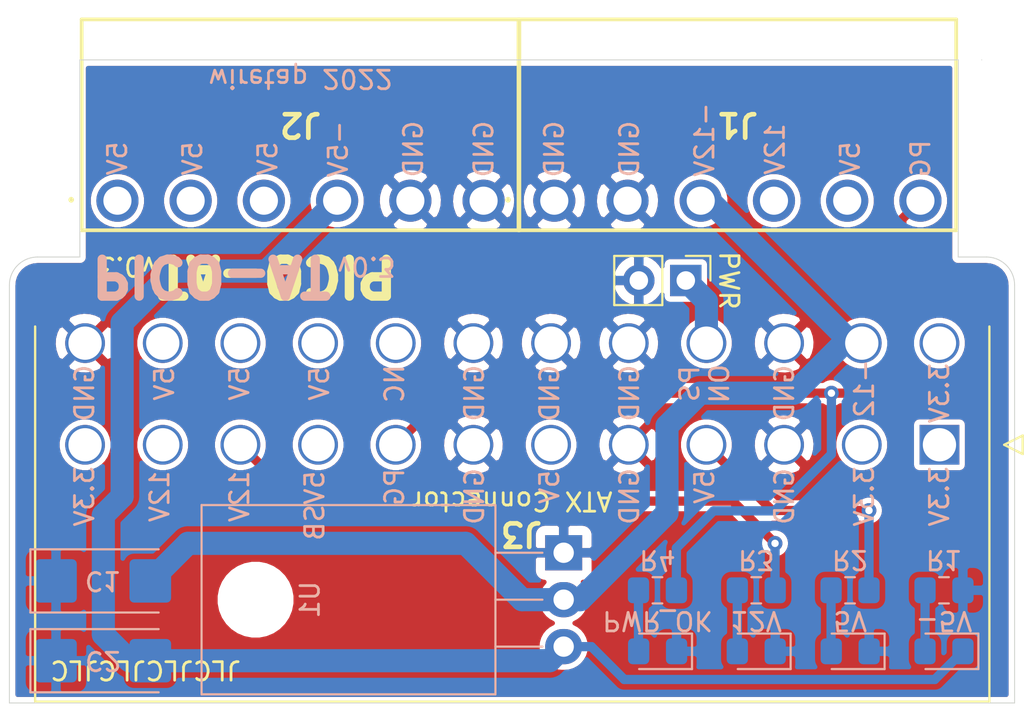
<source format=kicad_pcb>
(kicad_pcb (version 20171130) (host pcbnew "(5.1.6)-1")
  (layers (0 F.Cu signal) (1 In1.Cu signal) (2 In2.Cu signal) (31 B.Cu signal) (34 B.Paste user) (35 F.Paste user) (36 B.SilkS user) (37 F.SilkS user) (38 B.Mask user) (39 F.Mask user) (44 Edge.Cuts user))
  (net 0 "")
  (net 1 /-12V)
  (net 2 /GND)
  (net 3 /-5V)
  (net 4 "Net-(D1-Pad2)")
  (net 5 "Net-(D2-Pad2)")
  (net 6 "Net-(D3-Pad2)")
  (net 7 "Net-(D4-Pad2)")
  (net 8 /12V)
  (net 9 /5V)
  (net 10 /PG)
  (net 11 /3.3V)
  (net 12 /5VSB)
  (net 13 /PS-ON)
  (net 14 "Net-(J3-Pad20)")
  (module Capacitor_Tantalum_SMD:CP_EIA-6032-28_Kemet-C_Pad2.25x2.35mm_HandSolder (layer B.Cu) (at 126.736 115.062)
    (fp_text reference C1 (at -0.01 0 180 unlocked) (layer B.SilkS) (effects (justify mirror)))
    (fp_text value 2.2uF)
    (fp_line (start -3.935 -1.71) (end 3 -1.71) (layer B.SilkS) (width 0.12))
    (fp_line (start -3.935 1.71) (end -3.935 -1.71) (layer B.SilkS) (width 0.12))
    (fp_line (start 3 1.71) (end -3.935 1.71) (layer B.SilkS) (width 0.12))
    (pad 2 smd roundrect (at 2.55 0) (size 2.25 2.35) (layers B.Cu B.Paste B.Mask) (roundrect_rratio 0.111111) (net 1 /-12V))
    (pad 1 smd roundrect (at -2.55 0) (size 2.25 2.35) (layers B.Cu B.Paste B.Mask) (roundrect_rratio 0.111111) (net 2 /GND))
  )
  (module Capacitor_Tantalum_SMD:CP_EIA-6032-28_Kemet-C_Pad2.25x2.35mm_HandSolder (layer B.Cu) (at 126.736 119.38)
    (fp_text reference C2 (at 0 0 180 unlocked) (layer B.SilkS) (effects (justify mirror)))
    (fp_text value 1uF)
    (fp_line (start 3 1.71) (end -3.935 1.71) (layer B.SilkS) (width 0.12))
    (fp_line (start -3.935 1.71) (end -3.935 -1.71) (layer B.SilkS) (width 0.12))
    (fp_line (start -3.935 -1.71) (end 3 -1.71) (layer B.SilkS) (width 0.12))
    (pad 1 smd roundrect (at -2.55 0) (size 2.25 2.35) (layers B.Cu B.Paste B.Mask) (roundrect_rratio 0.111111) (net 2 /GND))
    (pad 2 smd roundrect (at 2.55 0) (size 2.25 2.35) (layers B.Cu B.Paste B.Mask) (roundrect_rratio 0.111111) (net 3 /-5V))
  )
  (module LED_SMD:LED_0805_2012Metric_Pad1.15x1.40mm_HandSolder (layer B.Cu) (at 172.203 118.872 180)
    (fp_text reference -5V (at 0 1.65 180 unlocked) (layer B.SilkS) (effects (justify mirror)))
    (fp_text value LED)
    (fp_line (start 1 0.96) (end -1.86 0.96) (layer B.SilkS) (width 0.12))
    (fp_line (start -1.86 0.96) (end -1.86 -0.96) (layer B.SilkS) (width 0.12))
    (fp_line (start -1.86 -0.96) (end 1 -0.96) (layer B.SilkS) (width 0.12))
    (pad 1 smd roundrect (at -1.025 0 180) (size 1.15 1.4) (layers B.Cu B.Paste B.Mask) (roundrect_rratio 0.217391) (net 3 /-5V))
    (pad 2 smd roundrect (at 1.025 0 180) (size 1.15 1.4) (layers B.Cu B.Paste B.Mask) (roundrect_rratio 0.217391) (net 4 "Net-(D1-Pad2)"))
  )
  (module LED_SMD:LED_0805_2012Metric_Pad1.15x1.40mm_HandSolder (layer B.Cu) (at 167.132 118.872 180)
    (fp_text reference 5V (at 0 1.65 180 unlocked) (layer B.SilkS) (effects (justify mirror)))
    (fp_text value LED)
    (fp_line (start -1.86 -0.96) (end 1 -0.96) (layer B.SilkS) (width 0.12))
    (fp_line (start -1.86 0.96) (end -1.86 -0.96) (layer B.SilkS) (width 0.12))
    (fp_line (start 1 0.96) (end -1.86 0.96) (layer B.SilkS) (width 0.12))
    (pad 2 smd roundrect (at 1.025 0 180) (size 1.15 1.4) (layers B.Cu B.Paste B.Mask) (roundrect_rratio 0.217391) (net 5 "Net-(D2-Pad2)"))
    (pad 1 smd roundrect (at -1.025 0 180) (size 1.15 1.4) (layers B.Cu B.Paste B.Mask) (roundrect_rratio 0.217391) (net 2 /GND))
  )
  (module LED_SMD:LED_0805_2012Metric_Pad1.15x1.40mm_HandSolder (layer B.Cu) (at 162.052 118.872 180)
    (fp_text reference 12V (at 0 1.65 180 unlocked) (layer B.SilkS) (effects (justify mirror)))
    (fp_text value LED)
    (fp_line (start 1 0.96) (end -1.86 0.96) (layer B.SilkS) (width 0.12))
    (fp_line (start -1.86 0.96) (end -1.86 -0.96) (layer B.SilkS) (width 0.12))
    (fp_line (start -1.86 -0.96) (end 1 -0.96) (layer B.SilkS) (width 0.12))
    (pad 1 smd roundrect (at -1.025 0 180) (size 1.15 1.4) (layers B.Cu B.Paste B.Mask) (roundrect_rratio 0.217391) (net 2 /GND))
    (pad 2 smd roundrect (at 1.025 0 180) (size 1.15 1.4) (layers B.Cu B.Paste B.Mask) (roundrect_rratio 0.217391) (net 6 "Net-(D3-Pad2)"))
  )
  (module LED_SMD:LED_0805_2012Metric_Pad1.15x1.40mm_HandSolder (layer B.Cu) (at 156.718 118.872 180)
    (fp_text reference PWR_OK (at 0 1.65 180 unlocked) (layer B.SilkS) (effects (justify mirror)))
    (fp_text value LED)
    (fp_line (start -1.86 -0.96) (end 1 -0.96) (layer B.SilkS) (width 0.12))
    (fp_line (start -1.86 0.96) (end -1.86 -0.96) (layer B.SilkS) (width 0.12))
    (fp_line (start 1 0.96) (end -1.86 0.96) (layer B.SilkS) (width 0.12))
    (pad 2 smd roundrect (at 1.025 0 180) (size 1.15 1.4) (layers B.Cu B.Paste B.Mask) (roundrect_rratio 0.217391) (net 7 "Net-(D4-Pad2)"))
    (pad 1 smd roundrect (at -1.025 0 180) (size 1.15 1.4) (layers B.Cu B.Paste B.Mask) (roundrect_rratio 0.217391) (net 2 /GND))
  )
  (module 09481064 (layer F.Cu) (at 151.13 94.488 180)
    (fp_text reference J1 (at -9.9 4.105 180 unlocked) (layer F.SilkS) (effects (font (size 1.27 1.27) (thickness 0.254))))
    (fp_text value 09-48-1064 hide)
    (fp_line (start -21.735 -1.6) (end 1.935 -1.6) (layer F.SilkS) (width 0.2))
    (fp_line (start 1.935 -1.6) (end 1.935 9.81) (layer F.SilkS) (width 0.2))
    (fp_line (start 1.935 9.81) (end -21.735 9.81) (layer F.SilkS) (width 0.2))
    (fp_line (start -21.735 9.81) (end -21.735 -1.6) (layer F.SilkS) (width 0.2))
    (fp_line (start 2.5 0) (end 2.5 0) (layer F.SilkS) (width 0.2))
    (fp_line (start 2.5 0.1) (end 2.5 0.1) (layer F.SilkS) (width 0.2))
    (fp_arc (start 2.5 0.05) (end 2.5 0) (angle -180) (layer F.SilkS) (width 0.2))
    (fp_arc (start 2.5 0.05) (end 2.5 0.1) (angle -180) (layer F.SilkS) (width 0.2))
    (pad 1 thru_hole circle (at 0 0 180) (size 2.28 2.28) (drill 1.52) (layers *.Cu *.Mask) (net 2 /GND))
    (pad 2 thru_hole circle (at -3.96 0 180) (size 2.28 2.28) (drill 1.52) (layers *.Cu *.Mask) (net 2 /GND))
    (pad 3 thru_hole circle (at -7.92 0 180) (size 2.28 2.28) (drill 1.52) (layers *.Cu *.Mask) (net 1 /-12V))
    (pad 4 thru_hole circle (at -11.88 0 180) (size 2.28 2.28) (drill 1.52) (layers *.Cu *.Mask) (net 8 /12V))
    (pad 5 thru_hole circle (at -15.84 0 180) (size 2.28 2.28) (drill 1.52) (layers *.Cu *.Mask) (net 9 /5V))
    (pad 6 thru_hole circle (at -19.8 0 180) (size 2.28 2.28) (drill 1.52) (layers *.Cu *.Mask) (net 10 /PG))
  )
  (module 09481064 (layer F.Cu) (at 127.508 94.488 180)
    (fp_text reference J2 (at -9.9 4.105 180 unlocked) (layer F.SilkS) (effects (font (size 1.27 1.27) (thickness 0.254))))
    (fp_text value 09-48-1064 hide)
    (fp_line (start 2.5 0.1) (end 2.5 0.1) (layer F.SilkS) (width 0.2))
    (fp_line (start 2.5 0) (end 2.5 0) (layer F.SilkS) (width 0.2))
    (fp_line (start -21.735 9.81) (end -21.735 -1.6) (layer F.SilkS) (width 0.2))
    (fp_line (start 1.935 9.81) (end -21.735 9.81) (layer F.SilkS) (width 0.2))
    (fp_line (start 1.935 -1.6) (end 1.935 9.81) (layer F.SilkS) (width 0.2))
    (fp_line (start -21.735 -1.6) (end 1.935 -1.6) (layer F.SilkS) (width 0.2))
    (fp_arc (start 2.5 0.05) (end 2.5 0.1) (angle -180) (layer F.SilkS) (width 0.2))
    (fp_arc (start 2.5 0.05) (end 2.5 0) (angle -180) (layer F.SilkS) (width 0.2))
    (pad 6 thru_hole circle (at -19.8 0 180) (size 2.28 2.28) (drill 1.52) (layers *.Cu *.Mask) (net 2 /GND))
    (pad 5 thru_hole circle (at -15.84 0 180) (size 2.28 2.28) (drill 1.52) (layers *.Cu *.Mask) (net 2 /GND))
    (pad 4 thru_hole circle (at -11.88 0 180) (size 2.28 2.28) (drill 1.52) (layers *.Cu *.Mask) (net 3 /-5V))
    (pad 3 thru_hole circle (at -7.92 0 180) (size 2.28 2.28) (drill 1.52) (layers *.Cu *.Mask) (net 9 /5V))
    (pad 2 thru_hole circle (at -3.96 0 180) (size 2.28 2.28) (drill 1.52) (layers *.Cu *.Mask) (net 9 /5V))
    (pad 1 thru_hole circle (at 0 0 180) (size 2.28 2.28) (drill 1.52) (layers *.Cu *.Mask) (net 9 /5V))
  )
  (module 87427-2402 (layer F.Cu) (at 171.958 107.696)
    (fp_text reference J3 (at -22.606 4.826 180 unlocked) (layer F.SilkS) (effects (font (size 1.27 1.27) (thickness 0.254))))
    (fp_text value 87427-2402 hide)
    (fp_line (start 2.7 -6.4) (end 2.7 13.9) (layer F.SilkS) (width 0.127))
    (fp_line (start 2.7 13.9) (end -48.9 13.9) (layer F.SilkS) (width 0.127))
    (fp_line (start -48.9 13.9) (end -48.9 -6.4) (layer F.SilkS) (width 0.127))
    (fp_line (start 4.5 -0.5) (end 4.5 0.5) (layer F.SilkS) (width 0.127))
    (fp_line (start 4.5 0.5) (end 3.5 0) (layer F.SilkS) (width 0.127))
    (fp_line (start 3.5 0) (end 4.5 -0.5) (layer F.SilkS) (width 0.127))
    (pad 1 thru_hole rect (at 0 0) (size 2.15 2.15) (drill 1.8) (layers *.Cu *.Mask) (net 11 /3.3V))
    (pad 2 thru_hole circle (at -4.2 0) (size 2.15 2.15) (drill 1.8) (layers *.Cu *.Mask) (net 11 /3.3V))
    (pad 3 thru_hole circle (at -8.4 0) (size 2.15 2.15) (drill 1.8) (layers *.Cu *.Mask) (net 2 /GND))
    (pad 4 thru_hole circle (at -12.6 0) (size 2.15 2.15) (drill 1.8) (layers *.Cu *.Mask) (net 9 /5V))
    (pad 5 thru_hole circle (at -16.8 0) (size 2.15 2.15) (drill 1.8) (layers *.Cu *.Mask) (net 2 /GND))
    (pad 6 thru_hole circle (at -21 0) (size 2.15 2.15) (drill 1.8) (layers *.Cu *.Mask) (net 9 /5V))
    (pad 7 thru_hole circle (at -25.2 0) (size 2.15 2.15) (drill 1.8) (layers *.Cu *.Mask) (net 2 /GND))
    (pad 8 thru_hole circle (at -29.4 0) (size 2.15 2.15) (drill 1.8) (layers *.Cu *.Mask) (net 10 /PG))
    (pad 9 thru_hole circle (at -33.6 0) (size 2.15 2.15) (drill 1.8) (layers *.Cu *.Mask) (net 12 /5VSB))
    (pad 10 thru_hole circle (at -37.8 0) (size 2.15 2.15) (drill 1.8) (layers *.Cu *.Mask) (net 8 /12V))
    (pad 11 thru_hole circle (at -42 0) (size 2.15 2.15) (drill 1.8) (layers *.Cu *.Mask) (net 8 /12V))
    (pad 12 thru_hole circle (at -46.2 0) (size 2.15 2.15) (drill 1.8) (layers *.Cu *.Mask) (net 11 /3.3V))
    (pad 13 thru_hole circle (at 0 -5.5) (size 2.15 2.15) (drill 1.8) (layers *.Cu *.Mask) (net 11 /3.3V))
    (pad 14 thru_hole circle (at -4.2 -5.5) (size 2.15 2.15) (drill 1.8) (layers *.Cu *.Mask) (net 1 /-12V))
    (pad 15 thru_hole circle (at -8.4 -5.5) (size 2.15 2.15) (drill 1.8) (layers *.Cu *.Mask) (net 2 /GND))
    (pad 16 thru_hole circle (at -12.6 -5.5) (size 2.15 2.15) (drill 1.8) (layers *.Cu *.Mask) (net 13 /PS-ON))
    (pad 17 thru_hole circle (at -16.8 -5.5) (size 2.15 2.15) (drill 1.8) (layers *.Cu *.Mask) (net 2 /GND))
    (pad 18 thru_hole circle (at -21 -5.5) (size 2.15 2.15) (drill 1.8) (layers *.Cu *.Mask) (net 2 /GND))
    (pad 19 thru_hole circle (at -25.2 -5.5) (size 2.15 2.15) (drill 1.8) (layers *.Cu *.Mask) (net 2 /GND))
    (pad 20 thru_hole circle (at -29.4 -5.5) (size 2.15 2.15) (drill 1.8) (layers *.Cu *.Mask) (net 14 "Net-(J3-Pad20)"))
    (pad 21 thru_hole circle (at -33.6 -5.5) (size 2.15 2.15) (drill 1.8) (layers *.Cu *.Mask) (net 9 /5V))
    (pad 22 thru_hole circle (at -37.8 -5.5) (size 2.15 2.15) (drill 1.8) (layers *.Cu *.Mask) (net 9 /5V))
    (pad 23 thru_hole circle (at -42 -5.5) (size 2.15 2.15) (drill 1.8) (layers *.Cu *.Mask) (net 9 /5V))
    (pad 24 thru_hole circle (at -46.2 -5.5) (size 2.15 2.15) (drill 1.8) (layers *.Cu *.Mask) (net 2 /GND))
  )
  (module Resistor_SMD:R_0805_2012Metric_Pad1.15x1.40mm_HandSolder (layer B.Cu) (at 172.203 115.57 180)
    (fp_text reference R1 (at 0 1.65 180 unlocked) (layer B.SilkS) (effects (justify mirror)))
    (fp_text value 330)
    (fp_line (start -0.261252 0.71) (end 0.261252 0.71) (layer B.SilkS) (width 0.12))
    (fp_line (start -0.261252 -0.71) (end 0.261252 -0.71) (layer B.SilkS) (width 0.12))
    (pad 1 smd roundrect (at -1.025 0 180) (size 1.15 1.4) (layers B.Cu B.Paste B.Mask) (roundrect_rratio 0.217391) (net 2 /GND))
    (pad 2 smd roundrect (at 1.025 0 180) (size 1.15 1.4) (layers B.Cu B.Paste B.Mask) (roundrect_rratio 0.217391) (net 4 "Net-(D1-Pad2)"))
  )
  (module Resistor_SMD:R_0805_2012Metric_Pad1.15x1.40mm_HandSolder (layer B.Cu) (at 167.123 115.57 180)
    (fp_text reference R2 (at 0 1.65 180 unlocked) (layer B.SilkS) (effects (justify mirror)))
    (fp_text value 330)
    (fp_line (start -0.261252 -0.71) (end 0.261252 -0.71) (layer B.SilkS) (width 0.12))
    (fp_line (start -0.261252 0.71) (end 0.261252 0.71) (layer B.SilkS) (width 0.12))
    (pad 2 smd roundrect (at 1.025 0 180) (size 1.15 1.4) (layers B.Cu B.Paste B.Mask) (roundrect_rratio 0.217391) (net 5 "Net-(D2-Pad2)"))
    (pad 1 smd roundrect (at -1.025 0 180) (size 1.15 1.4) (layers B.Cu B.Paste B.Mask) (roundrect_rratio 0.217391) (net 9 /5V))
  )
  (module Resistor_SMD:R_0805_2012Metric_Pad1.15x1.40mm_HandSolder (layer B.Cu) (at 162.052 115.57 180)
    (fp_text reference R3 (at 0 1.65 180 unlocked) (layer B.SilkS) (effects (justify mirror)))
    (fp_text value 1k)
    (fp_line (start -0.261252 0.71) (end 0.261252 0.71) (layer B.SilkS) (width 0.12))
    (fp_line (start -0.261252 -0.71) (end 0.261252 -0.71) (layer B.SilkS) (width 0.12))
    (pad 1 smd roundrect (at -1.025 0 180) (size 1.15 1.4) (layers B.Cu B.Paste B.Mask) (roundrect_rratio 0.217391) (net 8 /12V))
    (pad 2 smd roundrect (at 1.025 0 180) (size 1.15 1.4) (layers B.Cu B.Paste B.Mask) (roundrect_rratio 0.217391) (net 6 "Net-(D3-Pad2)"))
  )
  (module Resistor_SMD:R_0805_2012Metric_Pad1.15x1.40mm_HandSolder (layer B.Cu) (at 156.709 115.57 180)
    (fp_text reference R4 (at 0 1.65 180 unlocked) (layer B.SilkS) (effects (justify mirror)))
    (fp_text value 330)
    (fp_line (start -0.261252 -0.71) (end 0.261252 -0.71) (layer B.SilkS) (width 0.12))
    (fp_line (start -0.261252 0.71) (end 0.261252 0.71) (layer B.SilkS) (width 0.12))
    (pad 2 smd roundrect (at 1.025 0 180) (size 1.15 1.4) (layers B.Cu B.Paste B.Mask) (roundrect_rratio 0.217391) (net 7 "Net-(D4-Pad2)"))
    (pad 1 smd roundrect (at -1.025 0 180) (size 1.15 1.4) (layers B.Cu B.Paste B.Mask) (roundrect_rratio 0.217391) (net 10 /PG))
  )
  (module Package_TO_SOT_THT:TO-220-3_Horizontal_TabDown (layer B.Cu) (at 151.638 113.538 270)
    (fp_text reference U1 (at 2.54 13.716 270) (layer B.SilkS) (effects (justify mirror)))
    (fp_text value L7905)
    (fp_line (start -2.58 3.69) (end 7.66 3.69) (layer B.SilkS) (width 0.12))
    (fp_line (start -2.58 19.58) (end 7.66 19.58) (layer B.SilkS) (width 0.12))
    (fp_line (start -2.58 19.58) (end -2.58 3.69) (layer B.SilkS) (width 0.12))
    (fp_line (start 7.66 19.58) (end 7.66 3.69) (layer B.SilkS) (width 0.12))
    (fp_line (start 0 3.69) (end 0 1.15) (layer B.SilkS) (width 0.12))
    (fp_line (start 2.54 3.69) (end 2.54 1.15) (layer B.SilkS) (width 0.12))
    (fp_line (start 5.08 3.69) (end 5.08 1.15) (layer B.SilkS) (width 0.12))
    (pad "" np_thru_hole oval (at 2.54 16.66 270) (size 3.5 3.5) (drill 3.5) (layers *.Cu *.Mask))
    (pad 1 thru_hole rect (at 0 0 270) (size 1.905 2) (drill 1.1) (layers *.Cu *.Mask) (net 2 /GND))
    (pad 2 thru_hole oval (at 2.54 0 270) (size 1.905 2) (drill 1.1) (layers *.Cu *.Mask) (net 1 /-12V))
    (pad 3 thru_hole oval (at 5.08 0 270) (size 1.905 2) (drill 1.1) (layers *.Cu *.Mask) (net 3 /-5V))
  )
  (module Connector_PinHeader_2.54mm:PinHeader_1x02_P2.54mm_Vertical (layer F.Cu) (at 158.242 98.806 270)
    (fp_text reference PWR (at 0 -2.33 270 unlocked) (layer F.SilkS))
    (fp_text value PWR_SW)
    (fp_line (start -1.33 3.87) (end 1.33 3.87) (layer F.SilkS) (width 0.12))
    (fp_line (start -1.33 1.27) (end -1.33 3.87) (layer F.SilkS) (width 0.12))
    (fp_line (start 1.33 1.27) (end 1.33 3.87) (layer F.SilkS) (width 0.12))
    (fp_line (start -1.33 1.27) (end 1.33 1.27) (layer F.SilkS) (width 0.12))
    (fp_line (start -1.33 0) (end -1.33 -1.33) (layer F.SilkS) (width 0.12))
    (fp_line (start -1.33 -1.33) (end 0 -1.33) (layer F.SilkS) (width 0.12))
    (pad 1 thru_hole rect (at 0 0 270) (size 1.7 1.7) (drill 1) (layers *.Cu *.Mask) (net 13 /PS-ON))
    (pad 2 thru_hole oval (at 0 2.54 270) (size 1.7 1.7) (drill 1) (layers *.Cu *.Mask) (net 2 /GND))
  )
  (gr_text v0.3 (at 128.016 98.044 180) (layer F.SilkS) (effects (font (size 1 1))))
  (gr_arc (start 123.19 99.06) (end 123.19 97.536) (angle -90) (layer Edge.Cuts) (width 0.05))
  (gr_arc (start 174.498 99.06) (end 176.022 99.06) (angle -90) (layer Edge.Cuts) (width 0.05))
  (gr_line (start 125.476 97.536) (end 123.19 97.536) (layer Edge.Cuts) (width 0.05))
  (gr_line (start 125.476 97.536) (end 125.476 86.868) (layer Edge.Cuts) (width 0.05))
  (gr_line (start 172.974 97.536) (end 172.974 86.868) (layer Edge.Cuts) (width 0.05))
  (gr_line (start 174.498 97.536) (end 172.974 97.536) (layer Edge.Cuts) (width 0.05))
  (gr_text PG (at 170.942 92.202 90) (layer B.SilkS) (effects (font (size 1 1)) (justify mirror)))
  (gr_text 5V (at 167.132 92.202 90) (layer B.SilkS) (effects (font (size 1 1)) (justify mirror)))
  (gr_text 12V (at 163.068 91.694 90) (layer B.SilkS) (effects (font (size 1 1)) (justify mirror)))
  (gr_text -12V (at 159.258 91.186 90) (layer B.SilkS) (effects (font (size 1 1)) (justify mirror)))
  (gr_text GND (at 155.194 91.694 90) (layer B.SilkS) (effects (font (size 1 1)) (justify mirror)))
  (gr_text GND (at 151.13 91.694 90) (layer B.SilkS) (effects (font (size 1 1)) (justify mirror)))
  (gr_text GND (at 147.32 91.694 90) (layer B.SilkS) (effects (font (size 1 1)) (justify mirror)))
  (gr_text GND (at 143.51 91.694 90) (layer B.SilkS) (effects (font (size 1 1)) (justify mirror)))
  (gr_text -5V (at 139.446 91.694 90) (layer B.SilkS) (effects (font (size 1 1)) (justify mirror)))
  (gr_text 5V (at 135.636 92.202 90) (layer B.SilkS) (effects (font (size 1 1)) (justify mirror)))
  (gr_text 5V (at 131.572 92.202 90) (layer B.SilkS) (effects (font (size 1 1)) (justify mirror)))
  (gr_text 5V (at 127.508 92.202 90) (layer B.SilkS) (effects (font (size 1 1)) (justify mirror)))
  (gr_text 3.3V (at 171.958 110.49 90) (layer B.SilkS) (effects (font (size 1 1)) (justify mirror)))
  (gr_text 3.3V (at 171.958 104.902 90) (layer B.SilkS) (effects (font (size 1 1)) (justify mirror)))
  (gr_text 3.3V (at 167.894 110.49 90) (layer B.SilkS) (effects (font (size 1 1)) (justify mirror)))
  (gr_text -12 (at 167.894 104.648 90) (layer B.SilkS) (effects (font (size 1 1)) (justify mirror)))
  (gr_text GND (at 163.576 110.49 90) (layer B.SilkS) (effects (font (size 1 1)) (justify mirror)))
  (gr_text GND (at 163.576 104.902 90) (layer B.SilkS) (effects (font (size 1 1)) (justify mirror)))
  (gr_text 5V (at 159.258 109.982 90) (layer B.SilkS) (effects (font (size 1 1)) (justify mirror)))
  (gr_text "PS\nON" (at 159.258 104.394 90) (layer B.SilkS) (effects (font (size 1 1)) (justify mirror)))
  (gr_text GND (at 155.194 110.49 90) (layer B.SilkS) (effects (font (size 1 1)) (justify mirror)))
  (gr_text GND (at 155.194 104.902 90) (layer B.SilkS) (effects (font (size 1 1)) (justify mirror)))
  (gr_text 5V (at 150.876 109.982 90) (layer B.SilkS) (effects (font (size 1 1)) (justify mirror)))
  (gr_text GND (at 150.876 104.902 90) (layer B.SilkS) (effects (font (size 1 1)) (justify mirror)))
  (gr_text GND (at 146.812 110.49 90) (layer B.SilkS) (effects (font (size 1 1)) (justify mirror)))
  (gr_text GND (at 146.812 104.902 90) (layer B.SilkS) (effects (font (size 1 1)) (justify mirror)))
  (gr_text PG (at 142.494 109.982 90) (layer B.SilkS) (effects (font (size 1 1)) (justify mirror)))
  (gr_text NC (at 142.494 104.394 90) (layer B.SilkS) (effects (font (size 1 1)) (justify mirror)))
  (gr_text 5VSB (at 138.176 110.998 90) (layer B.SilkS) (effects (font (size 1 1)) (justify mirror)))
  (gr_text 5V (at 138.43 104.394 90) (layer B.SilkS) (effects (font (size 1 1)) (justify mirror)))
  (gr_text 12V (at 134.112 110.49 90) (layer B.SilkS) (effects (font (size 1 1)) (justify mirror)))
  (gr_text 5V (at 134.112 104.394 90) (layer B.SilkS) (effects (font (size 1 1)) (justify mirror)))
  (gr_text 12V (at 129.794 110.49 90) (layer B.SilkS) (effects (font (size 1 1)) (justify mirror)))
  (gr_text 5V (at 130.048 104.394 90) (layer B.SilkS) (effects (font (size 1 1)) (justify mirror)))
  (gr_text 3.3V (at 125.73 110.49 90) (layer B.SilkS) (effects (font (size 1 1)) (justify mirror)))
  (gr_text GND (at 125.73 104.902 90) (layer B.SilkS) (effects (font (size 1 1)) (justify mirror)))
  (gr_text PICO-AT (at 136.144 98.552 180) (layer F.SilkS) (effects (font (size 2 2) (thickness 0.5))))
  (gr_text "wiretap 2022" (at 137.414 87.884 180) (layer B.SilkS) (effects (font (size 1 1)) (justify mirror)))
  (gr_text v0.3 (at 140.97 98.044 180) (layer B.SilkS) (effects (font (size 1 1)) (justify mirror)))
  (gr_text JLCJLCJLCJLC (at 129.032 119.888 180) (layer F.SilkS) (effects (font (size 1 1))))
  (gr_text "ATX Connector" (at 148.844 110.744 180) (layer F.SilkS) (effects (font (size 1 1))))
  (gr_text PICO-AT (at 132.588 98.552 180) (layer B.SilkS) (effects (font (size 2 2) (thickness 0.5)) (justify mirror)))
  (gr_line (start 121.666 121.666) (end 121.666 99.06) (layer Edge.Cuts) (width 0.05))
  (gr_line (start 174.244 86.868) (end 174.244 86.868) (layer Edge.Cuts) (width 0.05))
  (gr_line (start 176.022 121.666) (end 176.022 99.06) (layer Edge.Cuts) (width 0.05))
  (gr_line (start 121.666 121.666) (end 176.022 121.666) (layer Edge.Cuts) (width 0.05))
  (gr_line (start 125.476 86.868) (end 172.974 86.868) (layer Edge.Cuts) (width 0.05))
  (segment (start 152.535502 116.078) (end 151.638 116.078) (width 1.25) (layer B.Cu) (net 1))
  (segment (start 167.758 102.196) (end 166.79 102.196) (width 1.25) (layer B.Cu) (net 1))
  (segment (start 164.084 104.902) (end 159.004 104.902) (width 1.25) (layer B.Cu) (net 1))
  (segment (start 166.79 102.196) (end 164.084 104.902) (width 1.25) (layer B.Cu) (net 1))
  (segment (start 159.004 104.902) (end 157.226 106.68) (width 1.25) (layer B.Cu) (net 1))
  (segment (start 157.226 111.387502) (end 152.535502 116.078) (width 1.25) (layer B.Cu) (net 1))
  (segment (start 157.226 106.68) (end 157.226 111.387502) (width 1.25) (layer B.Cu) (net 1))
  (segment (start 167.22 102.196) (end 167.758 102.196) (width 1.25) (layer B.Cu) (net 1))
  (segment (start 159.05 94.488) (end 159.512 94.488) (width 1.25) (layer B.Cu) (net 1))
  (segment (start 159.512 94.488) (end 167.22 102.196) (width 1.25) (layer B.Cu) (net 1))
  (segment (start 149.388 116.078) (end 151.638 116.078) (width 1.25) (layer B.Cu) (net 1))
  (segment (start 146.34 113.03) (end 149.388 116.078) (width 1.25) (layer B.Cu) (net 1))
  (segment (start 129.286 115.062) (end 131.318 113.03) (width 1.25) (layer B.Cu) (net 1))
  (segment (start 131.318 113.03) (end 146.34 113.03) (width 1.25) (layer B.Cu) (net 1))
  (segment (start 171.704 120.396) (end 173.228 118.872) (width 0.5) (layer B.Cu) (net 3))
  (segment (start 151.638 118.618) (end 153.138 118.618) (width 0.5) (layer B.Cu) (net 3))
  (segment (start 154.916 120.396) (end 171.704 120.396) (width 0.5) (layer B.Cu) (net 3))
  (segment (start 153.138 118.618) (end 154.916 120.396) (width 0.5) (layer B.Cu) (net 3))
  (segment (start 150.876 119.38) (end 151.638 118.618) (width 1.25) (layer B.Cu) (net 3))
  (segment (start 129.286 119.38) (end 150.876 119.38) (width 1.25) (layer B.Cu) (net 3))
  (segment (start 135.578 98.298) (end 139.388 94.488) (width 1.25) (layer B.Cu) (net 3))
  (segment (start 127.762 101.092) (end 130.556 98.298) (width 1.25) (layer B.Cu) (net 3))
  (segment (start 128.161 119.38) (end 126.746 117.965) (width 1.25) (layer B.Cu) (net 3))
  (segment (start 129.286 119.38) (end 128.161 119.38) (width 1.25) (layer B.Cu) (net 3))
  (segment (start 126.746 117.965) (end 126.746 111.506) (width 1.25) (layer B.Cu) (net 3))
  (segment (start 130.556 98.298) (end 135.578 98.298) (width 1.25) (layer B.Cu) (net 3))
  (segment (start 126.746 111.506) (end 127.762 110.49) (width 1.25) (layer B.Cu) (net 3))
  (segment (start 127.762 110.49) (end 127.762 101.092) (width 1.25) (layer B.Cu) (net 3))
  (segment (start 171.178 115.57) (end 171.178 118.872) (width 0.5) (layer B.Cu) (net 4))
  (segment (start 166.098 118.863) (end 166.107 118.872) (width 0.5) (layer B.Cu) (net 5))
  (segment (start 166.098 115.57) (end 166.098 118.863) (width 0.5) (layer B.Cu) (net 5))
  (segment (start 161.027 115.57) (end 161.027 118.872) (width 0.5) (layer B.Cu) (net 6))
  (segment (start 155.684 118.863) (end 155.693 118.872) (width 0.5) (layer B.Cu) (net 7))
  (segment (start 155.684 115.57) (end 155.684 118.863) (width 0.5) (layer B.Cu) (net 7))
  (via (at 163.068 113.03) (size 0.8) (drill 0.4) (layers F.Cu B.Cu) (net 8))
  (segment (start 163.068 115.561) (end 163.077 115.57) (width 0.5) (layer B.Cu) (net 8))
  (segment (start 163.068 113.03) (end 163.068 115.561) (width 0.5) (layer B.Cu) (net 8))
  (segment (start 160.782 110.744) (end 163.068 113.03) (width 0.5) (layer F.Cu) (net 8))
  (segment (start 134.158 107.696) (end 137.206 110.744) (width 0.5) (layer F.Cu) (net 8))
  (segment (start 137.206 110.744) (end 160.782 110.744) (width 0.5) (layer F.Cu) (net 8))
  (via (at 168.148 111.252) (size 0.8) (drill 0.4) (layers F.Cu B.Cu) (net 9))
  (segment (start 159.358 107.696) (end 162.914 111.252) (width 0.5) (layer F.Cu) (net 9))
  (segment (start 162.914 111.252) (end 168.148 111.252) (width 0.5) (layer F.Cu) (net 9))
  (segment (start 168.148 111.252) (end 168.148 115.57) (width 0.5) (layer B.Cu) (net 9))
  (segment (start 145.352 104.902) (end 142.558 107.696) (width 0.5) (layer F.Cu) (net 10))
  (segment (start 169.926 102.87) (end 167.894 104.902) (width 0.5) (layer F.Cu) (net 10))
  (segment (start 170.93 94.488) (end 169.926 95.492) (width 0.5) (layer F.Cu) (net 10))
  (segment (start 169.926 95.492) (end 169.926 102.87) (width 0.5) (layer F.Cu) (net 10))
  (via (at 166.116 104.902) (size 0.8) (drill 0.4) (layers F.Cu B.Cu) (net 10))
  (segment (start 167.894 104.902) (end 166.116 104.902) (width 0.5) (layer F.Cu) (net 10))
  (segment (start 166.116 104.902) (end 145.352 104.902) (width 0.5) (layer F.Cu) (net 10))
  (segment (start 163.048999 111.271001) (end 166.116 108.204) (width 0.5) (layer B.Cu) (net 10))
  (segment (start 159.746999 111.271001) (end 163.048999 111.271001) (width 0.5) (layer B.Cu) (net 10))
  (segment (start 157.734 115.57) (end 157.734 113.284) (width 0.5) (layer B.Cu) (net 10))
  (segment (start 166.116 108.204) (end 166.116 104.902) (width 0.5) (layer B.Cu) (net 10))
  (segment (start 157.734 113.284) (end 159.746999 111.271001) (width 0.5) (layer B.Cu) (net 10))
  (segment (start 159.358 99.922) (end 158.242 98.806) (width 1.25) (layer B.Cu) (net 13))
  (segment (start 159.358 102.196) (end 159.358 99.922) (width 1.25) (layer B.Cu) (net 13))
  (zone (net 2) (net_name /GND) (layer B.Cu) (connect_pads (clearance 0.3)) (min_thickness 0.254) (fill yes (arc_segments 32) (thermal_gap 0.508) (thermal_bridge_width 0.508))
    (polygon (pts (xy 176.53 122.174) (xy 121.158 122.174) (xy 121.158 85.852) (xy 176.53 85.852)))
  )
  (zone (net 2) (net_name /GND) (layer F.Cu) (connect_pads (clearance 0.3)) (min_thickness 0.254) (fill yes (arc_segments 32) (thermal_gap 0.508) (thermal_bridge_width 0.508))
    (polygon (pts (xy 176.53 122.428) (xy 121.158 122.428) (xy 121.158 85.852) (xy 176.53 85.852)))
  )
)
</source>
